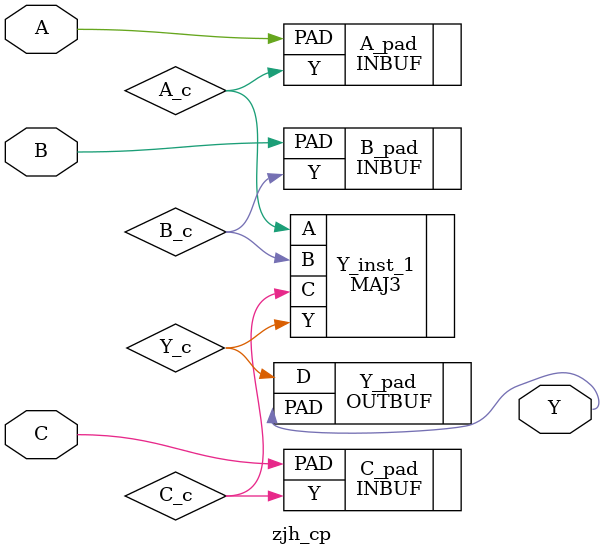
<source format=v>
`timescale 1 ns/100 ps


module zjh_cp(
       A,
       B,
       C,
       Y
    );
input  A;
input  B;
input  C;
output Y;

    wire GND, VCC, A_c, B_c, C_c, Y_c;
    
    MAJ3 Y_inst_1 (.A(A_c), .B(B_c), .C(C_c), .Y(Y_c));
    INBUF C_pad (.PAD(C), .Y(C_c));
    INBUF B_pad (.PAD(B), .Y(B_c));
    OUTBUF Y_pad (.D(Y_c), .PAD(Y));
    VCC VCC_i (.Y(VCC));
    GND GND_i (.Y(GND));
    INBUF A_pad (.PAD(A), .Y(A_c));
    
endmodule

</source>
